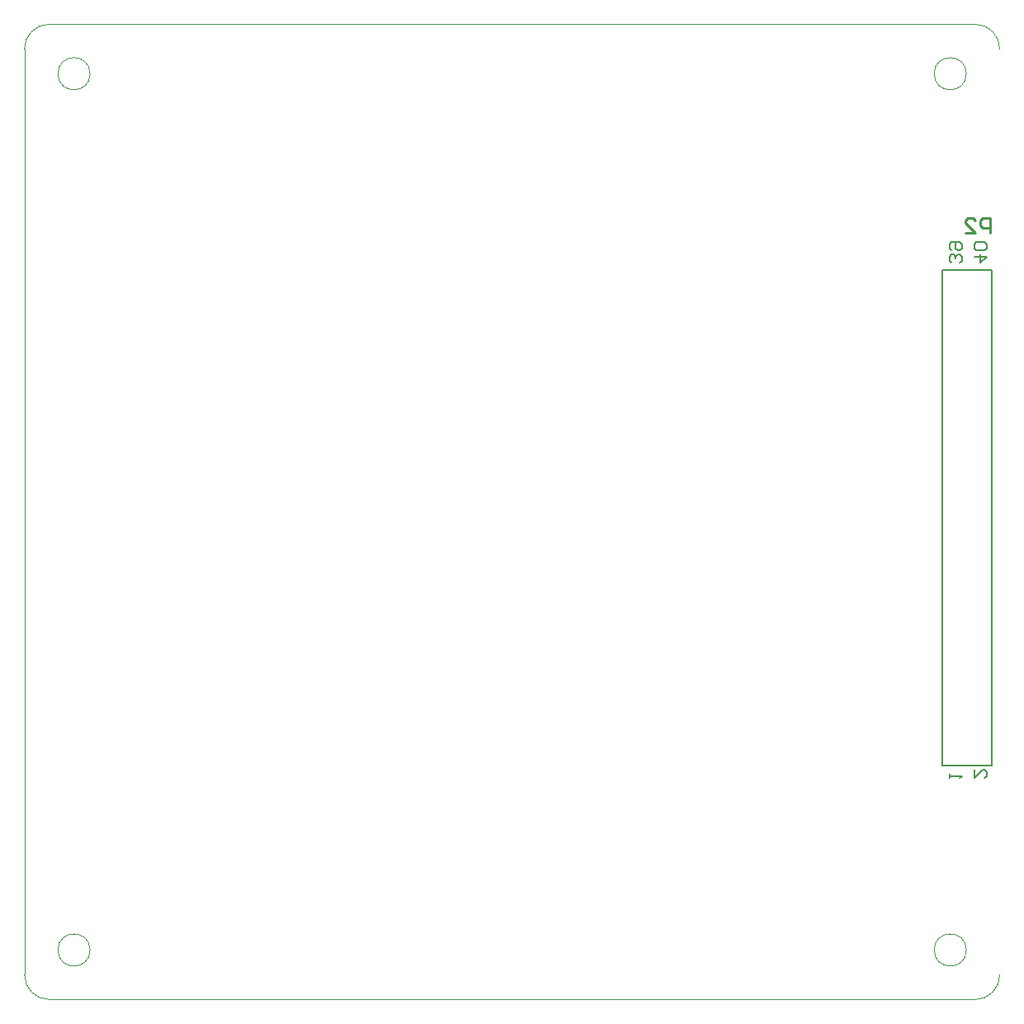
<source format=gbo>
G04 Layer_Color=32896*
%FSLAX25Y25*%
%MOIN*%
G70*
G01*
G75*
%ADD15C,0.00800*%
%ADD16C,0.01000*%
%ADD19C,0.00050*%
%ADD25C,0.00787*%
D15*
X676500Y392500D02*
Y394166D01*
Y393333D01*
X681498D01*
X680665Y392500D01*
X686500Y395832D02*
Y392500D01*
X689832Y395832D01*
X690665D01*
X691498Y394999D01*
Y393333D01*
X690665Y392500D01*
X686500Y602999D02*
X691498D01*
X688999Y600500D01*
Y603832D01*
X690665Y605498D02*
X691498Y606331D01*
Y607998D01*
X690665Y608831D01*
X687333D01*
X686500Y607998D01*
Y606331D01*
X687333Y605498D01*
X690665D01*
X680665Y600500D02*
X681498Y601333D01*
Y602999D01*
X680665Y603832D01*
X679832D01*
X678999Y602999D01*
Y602166D01*
Y602999D01*
X678166Y603832D01*
X677333D01*
X676500Y602999D01*
Y601333D01*
X677333Y600500D01*
Y605498D02*
X676500Y606331D01*
Y607998D01*
X677333Y608831D01*
X680665D01*
X681498Y607998D01*
Y606331D01*
X680665Y605498D01*
X679832D01*
X678999Y606331D01*
Y608831D01*
D16*
X692900Y612600D02*
Y618598D01*
X689901D01*
X688901Y617598D01*
Y615599D01*
X689901Y614599D01*
X692900D01*
X682903Y612600D02*
X686902D01*
X682903Y616599D01*
Y617598D01*
X683903Y618598D01*
X685902D01*
X686902Y617598D01*
D19*
X696850Y686850D02*
G03*
X686850Y696850I-10000J0D01*
G01*
Y303150D02*
G03*
X696850Y313150I0J10000D01*
G01*
X303150D02*
G03*
X313150Y303150I10000J0D01*
G01*
Y696850D02*
G03*
X303150Y686850I0J-10000D01*
G01*
X329646Y676850D02*
G03*
X329646Y676850I-6496J0D01*
G01*
X683347Y323150D02*
G03*
X683347Y323150I-6496J0D01*
G01*
X329646D02*
G03*
X329646Y323150I-6496J0D01*
G01*
X683347Y676850D02*
G03*
X683347Y676850I-6496J0D01*
G01*
X313150Y303150D02*
X686850D01*
X303150Y313150D02*
Y686850D01*
X313150Y696850D02*
X686850D01*
D25*
X673500Y397500D02*
Y597500D01*
X693500Y397500D02*
Y597500D01*
X673500Y397500D02*
X693500D01*
X673500Y597500D02*
X693500D01*
M02*

</source>
